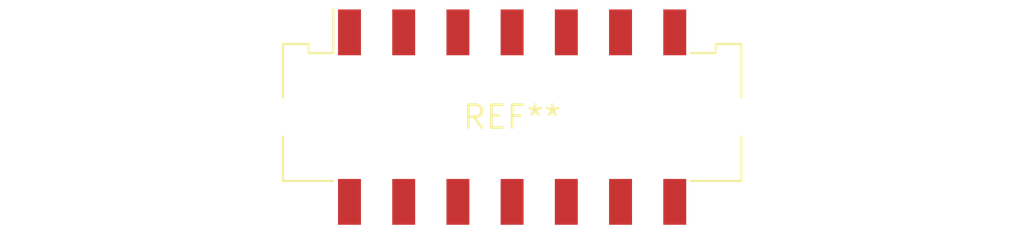
<source format=kicad_pcb>
(kicad_pcb (version 20240108) (generator pcbnew)
  (layers (0 "F.Cu" signal) (31 "B.Cu" signal) (34 "B.Paste" user) (35 "F.Paste" user) (36 "B.SilkS" user "B.Silkscreen") (37 "F.SilkS" user "F.Silkscreen") (38 "B.Mask" user) (39 "F.Mask" user) (44 "Edge.Cuts" user))
  (net 0 "")
  (footprint "Molex_Micro-Fit_3.0_43045-1415_2x07_P3.00mm_Vertical" (layer "F.Cu") (at 0 0)
    (property "Reference" "REF**")
    (property "Value" "Molex_Micro-Fit_3.0_43045-1415_2x07_P3.00mm_Vertical")
    (fp_line (start -12.685 -4.05) (end -11.265 -4.05) (layer "F.SilkS") (stroke (width 0.12)))
    (fp_line (start -12.685 -1.085) (end -12.685 -4.05) (layer "F.SilkS") (stroke (width 0.12)))
    (fp_line (start -12.685 1.085) (end -12.685 3.54) (layer "F.SilkS") (stroke (width 0.12)))
    (fp_line (start -12.685 3.54) (end -9.895 3.54) (layer "F.SilkS") (stroke (width 0.12)))
    (fp_line (start -11.265 -4.05) (end -11.265 -3.55) (layer "F.SilkS") (stroke (width 0.12)))
    (fp_line (start -11.265 -3.55) (end -9.895 -3.55) (layer "F.SilkS") (stroke (width 0.12)))
    (fp_line (start -9.895 -3.55) (end -9.895 -5.97) (layer "F.SilkS") (stroke (width 0.12)))
    (fp_line (start 11.265 -4.05) (end 11.265 -3.55) (layer "F.SilkS") (stroke (width 0.12)))
    (fp_line (start 11.265 -3.55) (end 9.895 -3.55) (layer "F.SilkS") (stroke (width 0.12)))
    (fp_line (start 12.685 -4.05) (end 11.265 -4.05) (layer "F.SilkS") (stroke (width 0.12)))
    (fp_line (start 12.685 -1.085) (end 12.685 -4.05) (layer "F.SilkS") (stroke (width 0.12)))
    (fp_line (start 12.685 1.085) (end 12.685 3.54) (layer "F.SilkS") (stroke (width 0.12)))
    (fp_line (start 12.685 3.54) (end 9.895 3.54) (layer "F.SilkS") (stroke (width 0.12)))
    (pad "" np_thru_hole circle (at -11.15 0) (size 2.41 2.41) (drill 2.41) (layers *.Cu *.Mask))
    (pad "" np_thru_hole circle (at 11.15 0) (size 2.41 2.41) (drill 2.41) (layers *.Cu *.Mask))
    (pad "1" smd rect (at -9 -4.7) (size 1.27 2.54) (layers "F.Cu" "F.Paste" "F.Mask"))
    (pad "2" smd rect (at -6 -4.7) (size 1.27 2.54) (layers "F.Cu" "F.Paste" "F.Mask"))
    (pad "3" smd rect (at -3 -4.7) (size 1.27 2.54) (layers "F.Cu" "F.Paste" "F.Mask"))
    (pad "4" smd rect (at 0 -4.7) (size 1.27 2.54) (layers "F.Cu" "F.Paste" "F.Mask"))
    (pad "5" smd rect (at 3 -4.7) (size 1.27 2.54) (layers "F.Cu" "F.Paste" "F.Mask"))
    (pad "6" smd rect (at 6 -4.7) (size 1.27 2.54) (layers "F.Cu" "F.Paste" "F.Mask"))
    (pad "7" smd rect (at 9 -4.7) (size 1.27 2.54) (layers "F.Cu" "F.Paste" "F.Mask"))
    (pad "8" smd rect (at -9 4.7) (size 1.27 2.54) (layers "F.Cu" "F.Paste" "F.Mask"))
    (pad "9" smd rect (at -6 4.7) (size 1.27 2.54) (layers "F.Cu" "F.Paste" "F.Mask"))
    (pad "10" smd rect (at -3 4.7) (size 1.27 2.54) (layers "F.Cu" "F.Paste" "F.Mask"))
    (pad "11" smd rect (at 0 4.7) (size 1.27 2.54) (layers "F.Cu" "F.Paste" "F.Mask"))
    (pad "12" smd rect (at 3 4.7) (size 1.27 2.54) (layers "F.Cu" "F.Paste" "F.Mask"))
    (pad "13" smd rect (at 6 4.7) (size 1.27 2.54) (layers "F.Cu" "F.Paste" "F.Mask"))
    (pad "14" smd rect (at 9 4.7) (size 1.27 2.54) (layers "F.Cu" "F.Paste" "F.Mask"))
  )
)
</source>
